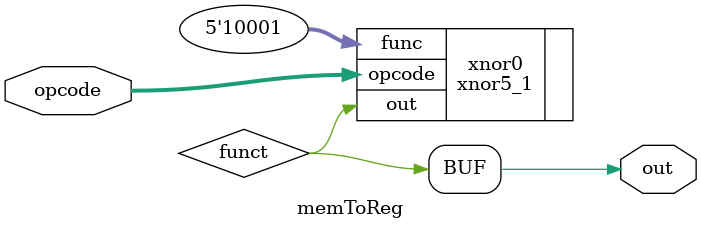
<source format=v>
module memToReg(opcode, out);
   input [4:0] opcode;
   output      out;
   wire        funct;

   xnor5_1 xnor0  (.opcode(opcode), .func(5'b10001), .out(funct));
   assign out = funct;

endmodule // dMemWrite


</source>
